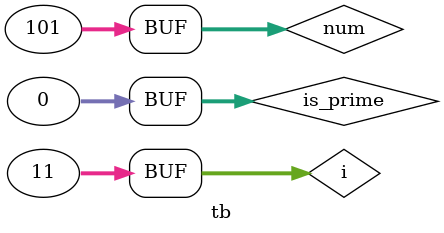
<source format=v>
module tb;

integer num;
integer i;
integer is_prime;

initial begin
    for(num=2; num<=100; num=num+1) begin
        is_prime = '1;
        for(i=2; i*i <=num; i=i+1) begin
            if(num % i == 0) begin
                is_prime = '0;
                i = num;
            end
        end
        if(is_prime) begin
            $display("%d is a prime number", num);
        end
    end
end



endmodule

</source>
